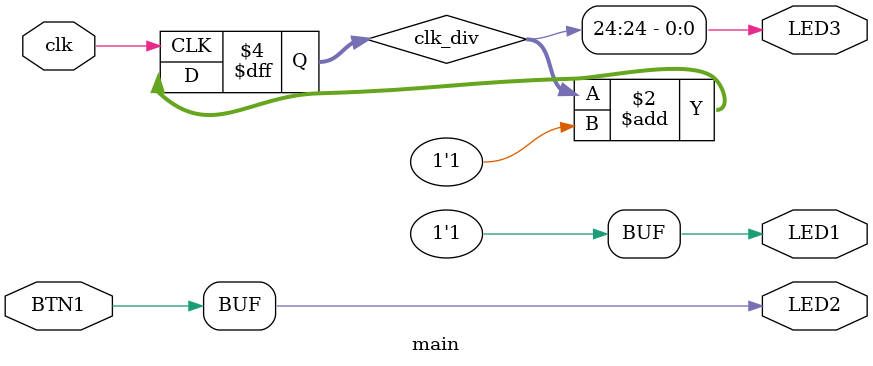
<source format=v>
module main (
    input clk,
    output LED1,
    output LED2,
    output LED3,
    input BTN1
);

assign LED1 = 1'b1;
assign LED2 = BTN1;

reg [31:0] clk_div = 32'd0;

assign LED3 = clk_div[24];

always @(posedge clk) begin
    clk_div <= clk_div + 1'b1;
end

endmodule
</source>
